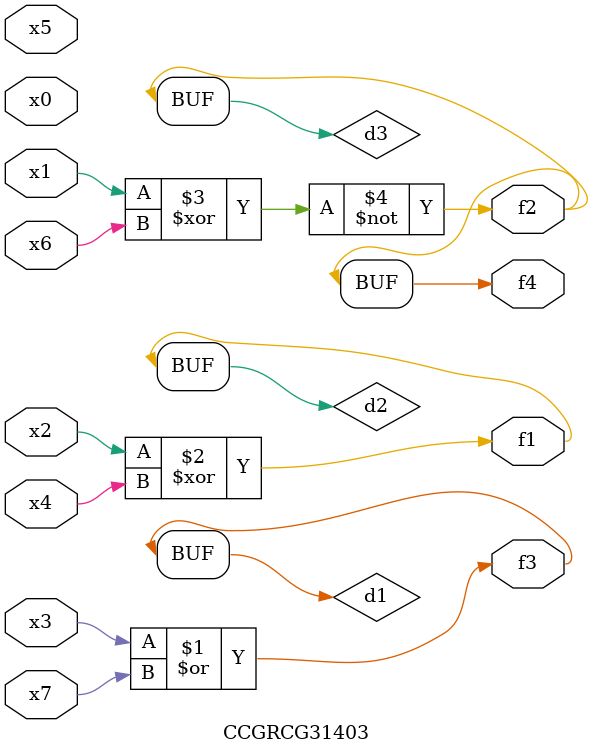
<source format=v>
module CCGRCG31403(
	input x0, x1, x2, x3, x4, x5, x6, x7,
	output f1, f2, f3, f4
);

	wire d1, d2, d3;

	or (d1, x3, x7);
	xor (d2, x2, x4);
	xnor (d3, x1, x6);
	assign f1 = d2;
	assign f2 = d3;
	assign f3 = d1;
	assign f4 = d3;
endmodule

</source>
